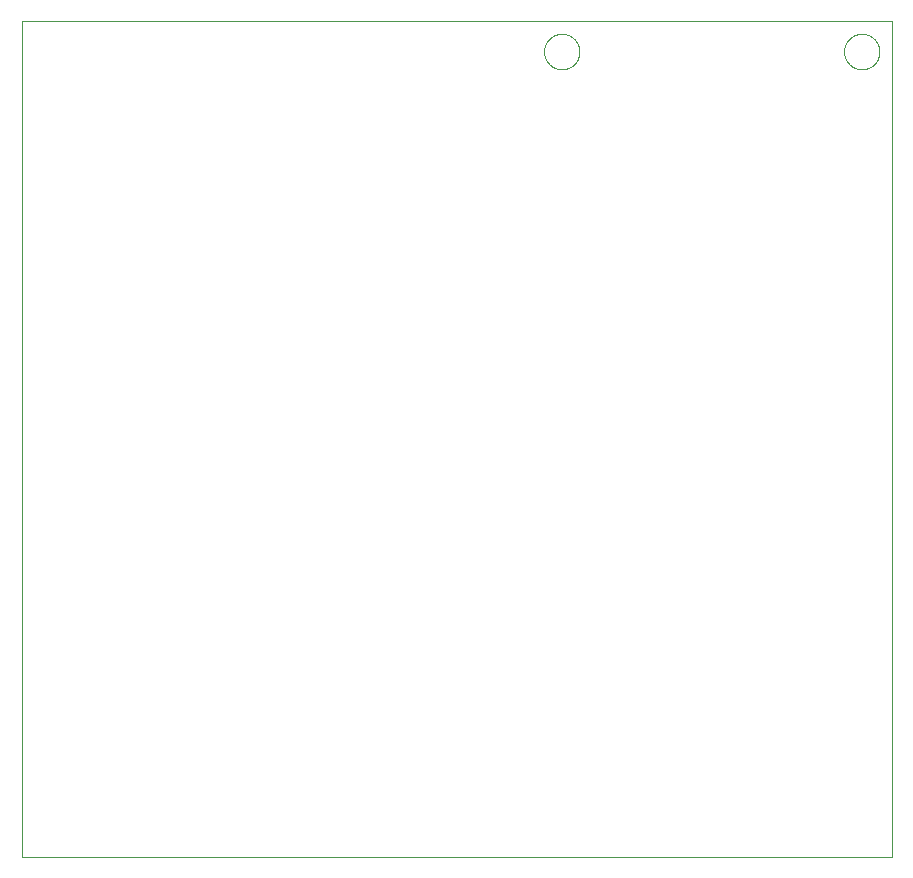
<source format=gko>
G75*
%MOIN*%
%OFA0B0*%
%FSLAX25Y25*%
%IPPOS*%
%LPD*%
%AMOC8*
5,1,8,0,0,1.08239X$1,22.5*
%
%ADD10C,0.00000*%
D10*
X0019018Y0005102D02*
X0019018Y0283803D01*
X0308939Y0283803D01*
X0308939Y0005102D01*
X0019018Y0005102D01*
X0193118Y0273602D02*
X0193120Y0273755D01*
X0193126Y0273908D01*
X0193136Y0274061D01*
X0193150Y0274214D01*
X0193168Y0274366D01*
X0193189Y0274517D01*
X0193215Y0274668D01*
X0193245Y0274819D01*
X0193278Y0274968D01*
X0193316Y0275117D01*
X0193357Y0275264D01*
X0193402Y0275411D01*
X0193451Y0275556D01*
X0193503Y0275700D01*
X0193560Y0275842D01*
X0193620Y0275983D01*
X0193683Y0276122D01*
X0193751Y0276260D01*
X0193821Y0276396D01*
X0193896Y0276530D01*
X0193973Y0276662D01*
X0194055Y0276792D01*
X0194139Y0276920D01*
X0194227Y0277045D01*
X0194318Y0277168D01*
X0194412Y0277289D01*
X0194509Y0277407D01*
X0194610Y0277523D01*
X0194713Y0277636D01*
X0194819Y0277747D01*
X0194928Y0277854D01*
X0195040Y0277959D01*
X0195154Y0278061D01*
X0195271Y0278160D01*
X0195391Y0278255D01*
X0195513Y0278348D01*
X0195637Y0278437D01*
X0195764Y0278524D01*
X0195893Y0278606D01*
X0196024Y0278686D01*
X0196157Y0278762D01*
X0196292Y0278834D01*
X0196429Y0278903D01*
X0196567Y0278969D01*
X0196707Y0279031D01*
X0196849Y0279089D01*
X0196992Y0279143D01*
X0197137Y0279194D01*
X0197282Y0279241D01*
X0197429Y0279284D01*
X0197577Y0279323D01*
X0197726Y0279359D01*
X0197876Y0279390D01*
X0198027Y0279418D01*
X0198178Y0279442D01*
X0198330Y0279462D01*
X0198483Y0279478D01*
X0198635Y0279490D01*
X0198788Y0279498D01*
X0198941Y0279502D01*
X0199095Y0279502D01*
X0199248Y0279498D01*
X0199401Y0279490D01*
X0199553Y0279478D01*
X0199706Y0279462D01*
X0199858Y0279442D01*
X0200009Y0279418D01*
X0200160Y0279390D01*
X0200310Y0279359D01*
X0200459Y0279323D01*
X0200607Y0279284D01*
X0200754Y0279241D01*
X0200899Y0279194D01*
X0201044Y0279143D01*
X0201187Y0279089D01*
X0201329Y0279031D01*
X0201469Y0278969D01*
X0201607Y0278903D01*
X0201744Y0278834D01*
X0201879Y0278762D01*
X0202012Y0278686D01*
X0202143Y0278606D01*
X0202272Y0278524D01*
X0202399Y0278437D01*
X0202523Y0278348D01*
X0202645Y0278255D01*
X0202765Y0278160D01*
X0202882Y0278061D01*
X0202996Y0277959D01*
X0203108Y0277854D01*
X0203217Y0277747D01*
X0203323Y0277636D01*
X0203426Y0277523D01*
X0203527Y0277407D01*
X0203624Y0277289D01*
X0203718Y0277168D01*
X0203809Y0277045D01*
X0203897Y0276920D01*
X0203981Y0276792D01*
X0204063Y0276662D01*
X0204140Y0276530D01*
X0204215Y0276396D01*
X0204285Y0276260D01*
X0204353Y0276122D01*
X0204416Y0275983D01*
X0204476Y0275842D01*
X0204533Y0275700D01*
X0204585Y0275556D01*
X0204634Y0275411D01*
X0204679Y0275264D01*
X0204720Y0275117D01*
X0204758Y0274968D01*
X0204791Y0274819D01*
X0204821Y0274668D01*
X0204847Y0274517D01*
X0204868Y0274366D01*
X0204886Y0274214D01*
X0204900Y0274061D01*
X0204910Y0273908D01*
X0204916Y0273755D01*
X0204918Y0273602D01*
X0204916Y0273449D01*
X0204910Y0273296D01*
X0204900Y0273143D01*
X0204886Y0272990D01*
X0204868Y0272838D01*
X0204847Y0272687D01*
X0204821Y0272536D01*
X0204791Y0272385D01*
X0204758Y0272236D01*
X0204720Y0272087D01*
X0204679Y0271940D01*
X0204634Y0271793D01*
X0204585Y0271648D01*
X0204533Y0271504D01*
X0204476Y0271362D01*
X0204416Y0271221D01*
X0204353Y0271082D01*
X0204285Y0270944D01*
X0204215Y0270808D01*
X0204140Y0270674D01*
X0204063Y0270542D01*
X0203981Y0270412D01*
X0203897Y0270284D01*
X0203809Y0270159D01*
X0203718Y0270036D01*
X0203624Y0269915D01*
X0203527Y0269797D01*
X0203426Y0269681D01*
X0203323Y0269568D01*
X0203217Y0269457D01*
X0203108Y0269350D01*
X0202996Y0269245D01*
X0202882Y0269143D01*
X0202765Y0269044D01*
X0202645Y0268949D01*
X0202523Y0268856D01*
X0202399Y0268767D01*
X0202272Y0268680D01*
X0202143Y0268598D01*
X0202012Y0268518D01*
X0201879Y0268442D01*
X0201744Y0268370D01*
X0201607Y0268301D01*
X0201469Y0268235D01*
X0201329Y0268173D01*
X0201187Y0268115D01*
X0201044Y0268061D01*
X0200899Y0268010D01*
X0200754Y0267963D01*
X0200607Y0267920D01*
X0200459Y0267881D01*
X0200310Y0267845D01*
X0200160Y0267814D01*
X0200009Y0267786D01*
X0199858Y0267762D01*
X0199706Y0267742D01*
X0199553Y0267726D01*
X0199401Y0267714D01*
X0199248Y0267706D01*
X0199095Y0267702D01*
X0198941Y0267702D01*
X0198788Y0267706D01*
X0198635Y0267714D01*
X0198483Y0267726D01*
X0198330Y0267742D01*
X0198178Y0267762D01*
X0198027Y0267786D01*
X0197876Y0267814D01*
X0197726Y0267845D01*
X0197577Y0267881D01*
X0197429Y0267920D01*
X0197282Y0267963D01*
X0197137Y0268010D01*
X0196992Y0268061D01*
X0196849Y0268115D01*
X0196707Y0268173D01*
X0196567Y0268235D01*
X0196429Y0268301D01*
X0196292Y0268370D01*
X0196157Y0268442D01*
X0196024Y0268518D01*
X0195893Y0268598D01*
X0195764Y0268680D01*
X0195637Y0268767D01*
X0195513Y0268856D01*
X0195391Y0268949D01*
X0195271Y0269044D01*
X0195154Y0269143D01*
X0195040Y0269245D01*
X0194928Y0269350D01*
X0194819Y0269457D01*
X0194713Y0269568D01*
X0194610Y0269681D01*
X0194509Y0269797D01*
X0194412Y0269915D01*
X0194318Y0270036D01*
X0194227Y0270159D01*
X0194139Y0270284D01*
X0194055Y0270412D01*
X0193973Y0270542D01*
X0193896Y0270674D01*
X0193821Y0270808D01*
X0193751Y0270944D01*
X0193683Y0271082D01*
X0193620Y0271221D01*
X0193560Y0271362D01*
X0193503Y0271504D01*
X0193451Y0271648D01*
X0193402Y0271793D01*
X0193357Y0271940D01*
X0193316Y0272087D01*
X0193278Y0272236D01*
X0193245Y0272385D01*
X0193215Y0272536D01*
X0193189Y0272687D01*
X0193168Y0272838D01*
X0193150Y0272990D01*
X0193136Y0273143D01*
X0193126Y0273296D01*
X0193120Y0273449D01*
X0193118Y0273602D01*
X0293118Y0273602D02*
X0293120Y0273755D01*
X0293126Y0273908D01*
X0293136Y0274061D01*
X0293150Y0274214D01*
X0293168Y0274366D01*
X0293189Y0274517D01*
X0293215Y0274668D01*
X0293245Y0274819D01*
X0293278Y0274968D01*
X0293316Y0275117D01*
X0293357Y0275264D01*
X0293402Y0275411D01*
X0293451Y0275556D01*
X0293503Y0275700D01*
X0293560Y0275842D01*
X0293620Y0275983D01*
X0293683Y0276122D01*
X0293751Y0276260D01*
X0293821Y0276396D01*
X0293896Y0276530D01*
X0293973Y0276662D01*
X0294055Y0276792D01*
X0294139Y0276920D01*
X0294227Y0277045D01*
X0294318Y0277168D01*
X0294412Y0277289D01*
X0294509Y0277407D01*
X0294610Y0277523D01*
X0294713Y0277636D01*
X0294819Y0277747D01*
X0294928Y0277854D01*
X0295040Y0277959D01*
X0295154Y0278061D01*
X0295271Y0278160D01*
X0295391Y0278255D01*
X0295513Y0278348D01*
X0295637Y0278437D01*
X0295764Y0278524D01*
X0295893Y0278606D01*
X0296024Y0278686D01*
X0296157Y0278762D01*
X0296292Y0278834D01*
X0296429Y0278903D01*
X0296567Y0278969D01*
X0296707Y0279031D01*
X0296849Y0279089D01*
X0296992Y0279143D01*
X0297137Y0279194D01*
X0297282Y0279241D01*
X0297429Y0279284D01*
X0297577Y0279323D01*
X0297726Y0279359D01*
X0297876Y0279390D01*
X0298027Y0279418D01*
X0298178Y0279442D01*
X0298330Y0279462D01*
X0298483Y0279478D01*
X0298635Y0279490D01*
X0298788Y0279498D01*
X0298941Y0279502D01*
X0299095Y0279502D01*
X0299248Y0279498D01*
X0299401Y0279490D01*
X0299553Y0279478D01*
X0299706Y0279462D01*
X0299858Y0279442D01*
X0300009Y0279418D01*
X0300160Y0279390D01*
X0300310Y0279359D01*
X0300459Y0279323D01*
X0300607Y0279284D01*
X0300754Y0279241D01*
X0300899Y0279194D01*
X0301044Y0279143D01*
X0301187Y0279089D01*
X0301329Y0279031D01*
X0301469Y0278969D01*
X0301607Y0278903D01*
X0301744Y0278834D01*
X0301879Y0278762D01*
X0302012Y0278686D01*
X0302143Y0278606D01*
X0302272Y0278524D01*
X0302399Y0278437D01*
X0302523Y0278348D01*
X0302645Y0278255D01*
X0302765Y0278160D01*
X0302882Y0278061D01*
X0302996Y0277959D01*
X0303108Y0277854D01*
X0303217Y0277747D01*
X0303323Y0277636D01*
X0303426Y0277523D01*
X0303527Y0277407D01*
X0303624Y0277289D01*
X0303718Y0277168D01*
X0303809Y0277045D01*
X0303897Y0276920D01*
X0303981Y0276792D01*
X0304063Y0276662D01*
X0304140Y0276530D01*
X0304215Y0276396D01*
X0304285Y0276260D01*
X0304353Y0276122D01*
X0304416Y0275983D01*
X0304476Y0275842D01*
X0304533Y0275700D01*
X0304585Y0275556D01*
X0304634Y0275411D01*
X0304679Y0275264D01*
X0304720Y0275117D01*
X0304758Y0274968D01*
X0304791Y0274819D01*
X0304821Y0274668D01*
X0304847Y0274517D01*
X0304868Y0274366D01*
X0304886Y0274214D01*
X0304900Y0274061D01*
X0304910Y0273908D01*
X0304916Y0273755D01*
X0304918Y0273602D01*
X0304916Y0273449D01*
X0304910Y0273296D01*
X0304900Y0273143D01*
X0304886Y0272990D01*
X0304868Y0272838D01*
X0304847Y0272687D01*
X0304821Y0272536D01*
X0304791Y0272385D01*
X0304758Y0272236D01*
X0304720Y0272087D01*
X0304679Y0271940D01*
X0304634Y0271793D01*
X0304585Y0271648D01*
X0304533Y0271504D01*
X0304476Y0271362D01*
X0304416Y0271221D01*
X0304353Y0271082D01*
X0304285Y0270944D01*
X0304215Y0270808D01*
X0304140Y0270674D01*
X0304063Y0270542D01*
X0303981Y0270412D01*
X0303897Y0270284D01*
X0303809Y0270159D01*
X0303718Y0270036D01*
X0303624Y0269915D01*
X0303527Y0269797D01*
X0303426Y0269681D01*
X0303323Y0269568D01*
X0303217Y0269457D01*
X0303108Y0269350D01*
X0302996Y0269245D01*
X0302882Y0269143D01*
X0302765Y0269044D01*
X0302645Y0268949D01*
X0302523Y0268856D01*
X0302399Y0268767D01*
X0302272Y0268680D01*
X0302143Y0268598D01*
X0302012Y0268518D01*
X0301879Y0268442D01*
X0301744Y0268370D01*
X0301607Y0268301D01*
X0301469Y0268235D01*
X0301329Y0268173D01*
X0301187Y0268115D01*
X0301044Y0268061D01*
X0300899Y0268010D01*
X0300754Y0267963D01*
X0300607Y0267920D01*
X0300459Y0267881D01*
X0300310Y0267845D01*
X0300160Y0267814D01*
X0300009Y0267786D01*
X0299858Y0267762D01*
X0299706Y0267742D01*
X0299553Y0267726D01*
X0299401Y0267714D01*
X0299248Y0267706D01*
X0299095Y0267702D01*
X0298941Y0267702D01*
X0298788Y0267706D01*
X0298635Y0267714D01*
X0298483Y0267726D01*
X0298330Y0267742D01*
X0298178Y0267762D01*
X0298027Y0267786D01*
X0297876Y0267814D01*
X0297726Y0267845D01*
X0297577Y0267881D01*
X0297429Y0267920D01*
X0297282Y0267963D01*
X0297137Y0268010D01*
X0296992Y0268061D01*
X0296849Y0268115D01*
X0296707Y0268173D01*
X0296567Y0268235D01*
X0296429Y0268301D01*
X0296292Y0268370D01*
X0296157Y0268442D01*
X0296024Y0268518D01*
X0295893Y0268598D01*
X0295764Y0268680D01*
X0295637Y0268767D01*
X0295513Y0268856D01*
X0295391Y0268949D01*
X0295271Y0269044D01*
X0295154Y0269143D01*
X0295040Y0269245D01*
X0294928Y0269350D01*
X0294819Y0269457D01*
X0294713Y0269568D01*
X0294610Y0269681D01*
X0294509Y0269797D01*
X0294412Y0269915D01*
X0294318Y0270036D01*
X0294227Y0270159D01*
X0294139Y0270284D01*
X0294055Y0270412D01*
X0293973Y0270542D01*
X0293896Y0270674D01*
X0293821Y0270808D01*
X0293751Y0270944D01*
X0293683Y0271082D01*
X0293620Y0271221D01*
X0293560Y0271362D01*
X0293503Y0271504D01*
X0293451Y0271648D01*
X0293402Y0271793D01*
X0293357Y0271940D01*
X0293316Y0272087D01*
X0293278Y0272236D01*
X0293245Y0272385D01*
X0293215Y0272536D01*
X0293189Y0272687D01*
X0293168Y0272838D01*
X0293150Y0272990D01*
X0293136Y0273143D01*
X0293126Y0273296D01*
X0293120Y0273449D01*
X0293118Y0273602D01*
M02*

</source>
